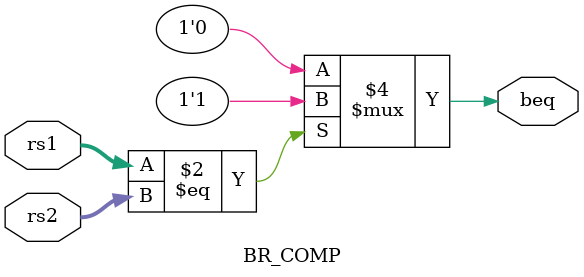
<source format=v>

`timescale 1ps/1ps 
module BR_COMP (
				output reg  beq , 
				input [31:0] rs1 , rs2 
); 
 

		always @(*)
		begin #10
		 if (rs1 ==rs2)
		
			beq = 1 ; 
		 else
		    beq =0 ; 
	
	
	
	  end



endmodule
</source>
